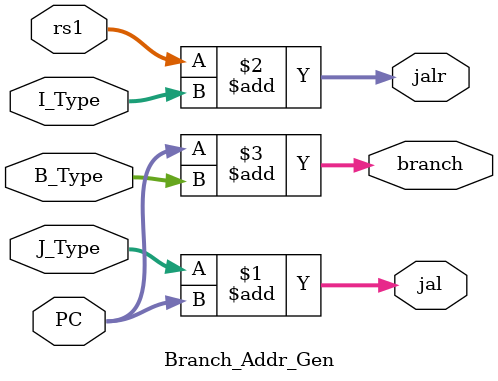
<source format=sv>
`timescale 1ns / 1ps

module Branch_Addr_Gen( 
    input logic [31:0] PC, J_Type, B_Type, I_Type, rs1, 
    output logic [31:0] jal, jalr, branch 
    ); 
    
    assign jal = J_Type + PC; 
     
    assign jalr = rs1 + I_Type;   

    assign branch = PC + B_Type; 
    
endmodule 

</source>
